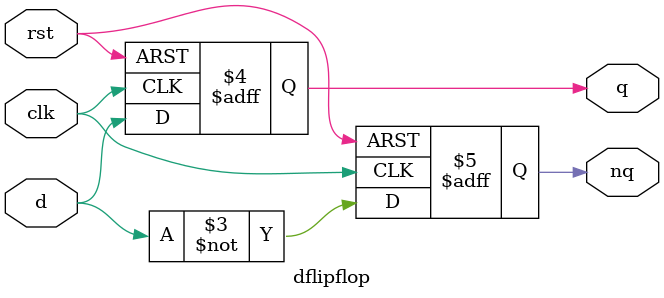
<source format=v>
module dflipflop
  (
    input clk,
    input d,
    input rst,
    output reg q,
    output reg nq
  );
  
  always @(posedge clk or negedge rst)
    begin
      if (~rst) begin
      	q<=0;
        nq<=1;
      end
      else
        begin
          q<=d;
          nq<=~d;
        end
    end
  
endmodule
</source>
